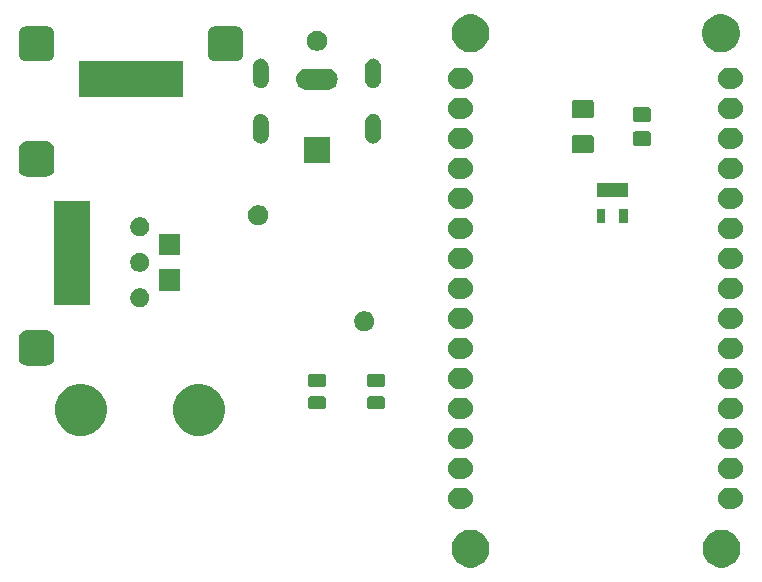
<source format=gbr>
G04 #@! TF.GenerationSoftware,KiCad,Pcbnew,5.1.6-c6e7f7d~86~ubuntu18.04.1*
G04 #@! TF.CreationDate,2020-05-28T19:09:28+01:00*
G04 #@! TF.ProjectId,polariser_drive,706f6c61-7269-4736-9572-5f6472697665,rev?*
G04 #@! TF.SameCoordinates,Original*
G04 #@! TF.FileFunction,Soldermask,Top*
G04 #@! TF.FilePolarity,Negative*
%FSLAX46Y46*%
G04 Gerber Fmt 4.6, Leading zero omitted, Abs format (unit mm)*
G04 Created by KiCad (PCBNEW 5.1.6-c6e7f7d~86~ubuntu18.04.1) date 2020-05-28 19:09:28*
%MOMM*%
%LPD*%
G01*
G04 APERTURE LIST*
%ADD10C,0.100000*%
G04 APERTURE END LIST*
D10*
G36*
X110716703Y-133211486D02*
G01*
X111007883Y-133332097D01*
X111269940Y-133507198D01*
X111492802Y-133730060D01*
X111667903Y-133992117D01*
X111788514Y-134283297D01*
X111850000Y-134592412D01*
X111850000Y-134907588D01*
X111788514Y-135216703D01*
X111667903Y-135507883D01*
X111492802Y-135769940D01*
X111269940Y-135992802D01*
X111007883Y-136167903D01*
X110716703Y-136288514D01*
X110407588Y-136350000D01*
X110092412Y-136350000D01*
X109783297Y-136288514D01*
X109492117Y-136167903D01*
X109230060Y-135992802D01*
X109007198Y-135769940D01*
X108832097Y-135507883D01*
X108711486Y-135216703D01*
X108650000Y-134907588D01*
X108650000Y-134592412D01*
X108711486Y-134283297D01*
X108832097Y-133992117D01*
X109007198Y-133730060D01*
X109230060Y-133507198D01*
X109492117Y-133332097D01*
X109783297Y-133211486D01*
X110092412Y-133150000D01*
X110407588Y-133150000D01*
X110716703Y-133211486D01*
G37*
G36*
X89466703Y-133211486D02*
G01*
X89757883Y-133332097D01*
X90019940Y-133507198D01*
X90242802Y-133730060D01*
X90417903Y-133992117D01*
X90538514Y-134283297D01*
X90600000Y-134592412D01*
X90600000Y-134907588D01*
X90538514Y-135216703D01*
X90417903Y-135507883D01*
X90242802Y-135769940D01*
X90019940Y-135992802D01*
X89757883Y-136167903D01*
X89466703Y-136288514D01*
X89157588Y-136350000D01*
X88842412Y-136350000D01*
X88533297Y-136288514D01*
X88242117Y-136167903D01*
X87980060Y-135992802D01*
X87757198Y-135769940D01*
X87582097Y-135507883D01*
X87461486Y-135216703D01*
X87400000Y-134907588D01*
X87400000Y-134592412D01*
X87461486Y-134283297D01*
X87582097Y-133992117D01*
X87757198Y-133730060D01*
X87980060Y-133507198D01*
X88242117Y-133332097D01*
X88533297Y-133211486D01*
X88842412Y-133150000D01*
X89157588Y-133150000D01*
X89466703Y-133211486D01*
G37*
G36*
X88471694Y-129598633D02*
G01*
X88644095Y-129650931D01*
X88802983Y-129735858D01*
X88942249Y-129850151D01*
X89056542Y-129989417D01*
X89141469Y-130148305D01*
X89193767Y-130320706D01*
X89211425Y-130500000D01*
X89193767Y-130679294D01*
X89141469Y-130851695D01*
X89056542Y-131010583D01*
X88942249Y-131149849D01*
X88802983Y-131264142D01*
X88644095Y-131349069D01*
X88471694Y-131401367D01*
X88337331Y-131414600D01*
X87942669Y-131414600D01*
X87808306Y-131401367D01*
X87635905Y-131349069D01*
X87477017Y-131264142D01*
X87337751Y-131149849D01*
X87223458Y-131010583D01*
X87138531Y-130851695D01*
X87086233Y-130679294D01*
X87068575Y-130500000D01*
X87086233Y-130320706D01*
X87138531Y-130148305D01*
X87223458Y-129989417D01*
X87337751Y-129850151D01*
X87477017Y-129735858D01*
X87635905Y-129650931D01*
X87808306Y-129598633D01*
X87942669Y-129585400D01*
X88337331Y-129585400D01*
X88471694Y-129598633D01*
G37*
G36*
X111331694Y-129598633D02*
G01*
X111504095Y-129650931D01*
X111662983Y-129735858D01*
X111802249Y-129850151D01*
X111916542Y-129989417D01*
X112001469Y-130148305D01*
X112053767Y-130320706D01*
X112071425Y-130500000D01*
X112053767Y-130679294D01*
X112001469Y-130851695D01*
X111916542Y-131010583D01*
X111802249Y-131149849D01*
X111662983Y-131264142D01*
X111504095Y-131349069D01*
X111331694Y-131401367D01*
X111197331Y-131414600D01*
X110802669Y-131414600D01*
X110668306Y-131401367D01*
X110495905Y-131349069D01*
X110337017Y-131264142D01*
X110197751Y-131149849D01*
X110083458Y-131010583D01*
X109998531Y-130851695D01*
X109946233Y-130679294D01*
X109928575Y-130500000D01*
X109946233Y-130320706D01*
X109998531Y-130148305D01*
X110083458Y-129989417D01*
X110197751Y-129850151D01*
X110337017Y-129735858D01*
X110495905Y-129650931D01*
X110668306Y-129598633D01*
X110802669Y-129585400D01*
X111197331Y-129585400D01*
X111331694Y-129598633D01*
G37*
G36*
X88471694Y-127058633D02*
G01*
X88644095Y-127110931D01*
X88802983Y-127195858D01*
X88942249Y-127310151D01*
X89056542Y-127449417D01*
X89141469Y-127608305D01*
X89193767Y-127780706D01*
X89211425Y-127960000D01*
X89193767Y-128139294D01*
X89141469Y-128311695D01*
X89056542Y-128470583D01*
X88942249Y-128609849D01*
X88802983Y-128724142D01*
X88644095Y-128809069D01*
X88471694Y-128861367D01*
X88337331Y-128874600D01*
X87942669Y-128874600D01*
X87808306Y-128861367D01*
X87635905Y-128809069D01*
X87477017Y-128724142D01*
X87337751Y-128609849D01*
X87223458Y-128470583D01*
X87138531Y-128311695D01*
X87086233Y-128139294D01*
X87068575Y-127960000D01*
X87086233Y-127780706D01*
X87138531Y-127608305D01*
X87223458Y-127449417D01*
X87337751Y-127310151D01*
X87477017Y-127195858D01*
X87635905Y-127110931D01*
X87808306Y-127058633D01*
X87942669Y-127045400D01*
X88337331Y-127045400D01*
X88471694Y-127058633D01*
G37*
G36*
X111331694Y-127058633D02*
G01*
X111504095Y-127110931D01*
X111662983Y-127195858D01*
X111802249Y-127310151D01*
X111916542Y-127449417D01*
X112001469Y-127608305D01*
X112053767Y-127780706D01*
X112071425Y-127960000D01*
X112053767Y-128139294D01*
X112001469Y-128311695D01*
X111916542Y-128470583D01*
X111802249Y-128609849D01*
X111662983Y-128724142D01*
X111504095Y-128809069D01*
X111331694Y-128861367D01*
X111197331Y-128874600D01*
X110802669Y-128874600D01*
X110668306Y-128861367D01*
X110495905Y-128809069D01*
X110337017Y-128724142D01*
X110197751Y-128609849D01*
X110083458Y-128470583D01*
X109998531Y-128311695D01*
X109946233Y-128139294D01*
X109928575Y-127960000D01*
X109946233Y-127780706D01*
X109998531Y-127608305D01*
X110083458Y-127449417D01*
X110197751Y-127310151D01*
X110337017Y-127195858D01*
X110495905Y-127110931D01*
X110668306Y-127058633D01*
X110802669Y-127045400D01*
X111197331Y-127045400D01*
X111331694Y-127058633D01*
G37*
G36*
X88471694Y-124518633D02*
G01*
X88644095Y-124570931D01*
X88802983Y-124655858D01*
X88942249Y-124770151D01*
X89056542Y-124909417D01*
X89141469Y-125068305D01*
X89193767Y-125240706D01*
X89211425Y-125420000D01*
X89193767Y-125599294D01*
X89141469Y-125771695D01*
X89056542Y-125930583D01*
X88942249Y-126069849D01*
X88802983Y-126184142D01*
X88644095Y-126269069D01*
X88471694Y-126321367D01*
X88337331Y-126334600D01*
X87942669Y-126334600D01*
X87808306Y-126321367D01*
X87635905Y-126269069D01*
X87477017Y-126184142D01*
X87337751Y-126069849D01*
X87223458Y-125930583D01*
X87138531Y-125771695D01*
X87086233Y-125599294D01*
X87068575Y-125420000D01*
X87086233Y-125240706D01*
X87138531Y-125068305D01*
X87223458Y-124909417D01*
X87337751Y-124770151D01*
X87477017Y-124655858D01*
X87635905Y-124570931D01*
X87808306Y-124518633D01*
X87942669Y-124505400D01*
X88337331Y-124505400D01*
X88471694Y-124518633D01*
G37*
G36*
X111331694Y-124518633D02*
G01*
X111504095Y-124570931D01*
X111662983Y-124655858D01*
X111802249Y-124770151D01*
X111916542Y-124909417D01*
X112001469Y-125068305D01*
X112053767Y-125240706D01*
X112071425Y-125420000D01*
X112053767Y-125599294D01*
X112001469Y-125771695D01*
X111916542Y-125930583D01*
X111802249Y-126069849D01*
X111662983Y-126184142D01*
X111504095Y-126269069D01*
X111331694Y-126321367D01*
X111197331Y-126334600D01*
X110802669Y-126334600D01*
X110668306Y-126321367D01*
X110495905Y-126269069D01*
X110337017Y-126184142D01*
X110197751Y-126069849D01*
X110083458Y-125930583D01*
X109998531Y-125771695D01*
X109946233Y-125599294D01*
X109928575Y-125420000D01*
X109946233Y-125240706D01*
X109998531Y-125068305D01*
X110083458Y-124909417D01*
X110197751Y-124770151D01*
X110337017Y-124655858D01*
X110495905Y-124570931D01*
X110668306Y-124518633D01*
X110802669Y-124505400D01*
X111197331Y-124505400D01*
X111331694Y-124518633D01*
G37*
G36*
X66642007Y-120883582D02*
G01*
X67042563Y-121049498D01*
X67042565Y-121049499D01*
X67403056Y-121290371D01*
X67709629Y-121596944D01*
X67910442Y-121897483D01*
X67950502Y-121957437D01*
X68116418Y-122357993D01*
X68201000Y-122783219D01*
X68201000Y-123216781D01*
X68116418Y-123642007D01*
X67950502Y-124042563D01*
X67950501Y-124042565D01*
X67709629Y-124403056D01*
X67403056Y-124709629D01*
X67042565Y-124950501D01*
X67042564Y-124950502D01*
X67042563Y-124950502D01*
X66642007Y-125116418D01*
X66216781Y-125201000D01*
X65783219Y-125201000D01*
X65357993Y-125116418D01*
X64957437Y-124950502D01*
X64957436Y-124950502D01*
X64957435Y-124950501D01*
X64596944Y-124709629D01*
X64290371Y-124403056D01*
X64049499Y-124042565D01*
X64049498Y-124042563D01*
X63883582Y-123642007D01*
X63799000Y-123216781D01*
X63799000Y-122783219D01*
X63883582Y-122357993D01*
X64049498Y-121957437D01*
X64089558Y-121897483D01*
X64290371Y-121596944D01*
X64596944Y-121290371D01*
X64957435Y-121049499D01*
X64957437Y-121049498D01*
X65357993Y-120883582D01*
X65783219Y-120799000D01*
X66216781Y-120799000D01*
X66642007Y-120883582D01*
G37*
G36*
X56642007Y-120883582D02*
G01*
X57042563Y-121049498D01*
X57042565Y-121049499D01*
X57403056Y-121290371D01*
X57709629Y-121596944D01*
X57910442Y-121897483D01*
X57950502Y-121957437D01*
X58116418Y-122357993D01*
X58201000Y-122783219D01*
X58201000Y-123216781D01*
X58116418Y-123642007D01*
X57950502Y-124042563D01*
X57950501Y-124042565D01*
X57709629Y-124403056D01*
X57403056Y-124709629D01*
X57042565Y-124950501D01*
X57042564Y-124950502D01*
X57042563Y-124950502D01*
X56642007Y-125116418D01*
X56216781Y-125201000D01*
X55783219Y-125201000D01*
X55357993Y-125116418D01*
X54957437Y-124950502D01*
X54957436Y-124950502D01*
X54957435Y-124950501D01*
X54596944Y-124709629D01*
X54290371Y-124403056D01*
X54049499Y-124042565D01*
X54049498Y-124042563D01*
X53883582Y-123642007D01*
X53799000Y-123216781D01*
X53799000Y-122783219D01*
X53883582Y-122357993D01*
X54049498Y-121957437D01*
X54089558Y-121897483D01*
X54290371Y-121596944D01*
X54596944Y-121290371D01*
X54957435Y-121049499D01*
X54957437Y-121049498D01*
X55357993Y-120883582D01*
X55783219Y-120799000D01*
X56216781Y-120799000D01*
X56642007Y-120883582D01*
G37*
G36*
X111331694Y-121978633D02*
G01*
X111504095Y-122030931D01*
X111662983Y-122115858D01*
X111802249Y-122230151D01*
X111916542Y-122369417D01*
X112001469Y-122528305D01*
X112053767Y-122700706D01*
X112071425Y-122880000D01*
X112053767Y-123059294D01*
X112001469Y-123231695D01*
X111916542Y-123390583D01*
X111802249Y-123529849D01*
X111662983Y-123644142D01*
X111504095Y-123729069D01*
X111331694Y-123781367D01*
X111197331Y-123794600D01*
X110802669Y-123794600D01*
X110668306Y-123781367D01*
X110495905Y-123729069D01*
X110337017Y-123644142D01*
X110197751Y-123529849D01*
X110083458Y-123390583D01*
X109998531Y-123231695D01*
X109946233Y-123059294D01*
X109928575Y-122880000D01*
X109946233Y-122700706D01*
X109998531Y-122528305D01*
X110083458Y-122369417D01*
X110197751Y-122230151D01*
X110337017Y-122115858D01*
X110495905Y-122030931D01*
X110668306Y-121978633D01*
X110802669Y-121965400D01*
X111197331Y-121965400D01*
X111331694Y-121978633D01*
G37*
G36*
X88471694Y-121978633D02*
G01*
X88644095Y-122030931D01*
X88802983Y-122115858D01*
X88942249Y-122230151D01*
X89056542Y-122369417D01*
X89141469Y-122528305D01*
X89193767Y-122700706D01*
X89211425Y-122880000D01*
X89193767Y-123059294D01*
X89141469Y-123231695D01*
X89056542Y-123390583D01*
X88942249Y-123529849D01*
X88802983Y-123644142D01*
X88644095Y-123729069D01*
X88471694Y-123781367D01*
X88337331Y-123794600D01*
X87942669Y-123794600D01*
X87808306Y-123781367D01*
X87635905Y-123729069D01*
X87477017Y-123644142D01*
X87337751Y-123529849D01*
X87223458Y-123390583D01*
X87138531Y-123231695D01*
X87086233Y-123059294D01*
X87068575Y-122880000D01*
X87086233Y-122700706D01*
X87138531Y-122528305D01*
X87223458Y-122369417D01*
X87337751Y-122230151D01*
X87477017Y-122115858D01*
X87635905Y-122030931D01*
X87808306Y-121978633D01*
X87942669Y-121965400D01*
X88337331Y-121965400D01*
X88471694Y-121978633D01*
G37*
G36*
X81584468Y-121841065D02*
G01*
X81623138Y-121852796D01*
X81658777Y-121871846D01*
X81690017Y-121897483D01*
X81715654Y-121928723D01*
X81734704Y-121964362D01*
X81746435Y-122003032D01*
X81751000Y-122049388D01*
X81751000Y-122700612D01*
X81746435Y-122746968D01*
X81734704Y-122785638D01*
X81715654Y-122821277D01*
X81690017Y-122852517D01*
X81658777Y-122878154D01*
X81623138Y-122897204D01*
X81584468Y-122908935D01*
X81538112Y-122913500D01*
X80461888Y-122913500D01*
X80415532Y-122908935D01*
X80376862Y-122897204D01*
X80341223Y-122878154D01*
X80309983Y-122852517D01*
X80284346Y-122821277D01*
X80265296Y-122785638D01*
X80253565Y-122746968D01*
X80249000Y-122700612D01*
X80249000Y-122049388D01*
X80253565Y-122003032D01*
X80265296Y-121964362D01*
X80284346Y-121928723D01*
X80309983Y-121897483D01*
X80341223Y-121871846D01*
X80376862Y-121852796D01*
X80415532Y-121841065D01*
X80461888Y-121836500D01*
X81538112Y-121836500D01*
X81584468Y-121841065D01*
G37*
G36*
X76584468Y-121841065D02*
G01*
X76623138Y-121852796D01*
X76658777Y-121871846D01*
X76690017Y-121897483D01*
X76715654Y-121928723D01*
X76734704Y-121964362D01*
X76746435Y-122003032D01*
X76751000Y-122049388D01*
X76751000Y-122700612D01*
X76746435Y-122746968D01*
X76734704Y-122785638D01*
X76715654Y-122821277D01*
X76690017Y-122852517D01*
X76658777Y-122878154D01*
X76623138Y-122897204D01*
X76584468Y-122908935D01*
X76538112Y-122913500D01*
X75461888Y-122913500D01*
X75415532Y-122908935D01*
X75376862Y-122897204D01*
X75341223Y-122878154D01*
X75309983Y-122852517D01*
X75284346Y-122821277D01*
X75265296Y-122785638D01*
X75253565Y-122746968D01*
X75249000Y-122700612D01*
X75249000Y-122049388D01*
X75253565Y-122003032D01*
X75265296Y-121964362D01*
X75284346Y-121928723D01*
X75309983Y-121897483D01*
X75341223Y-121871846D01*
X75376862Y-121852796D01*
X75415532Y-121841065D01*
X75461888Y-121836500D01*
X76538112Y-121836500D01*
X76584468Y-121841065D01*
G37*
G36*
X88471694Y-119438633D02*
G01*
X88644095Y-119490931D01*
X88802983Y-119575858D01*
X88942249Y-119690151D01*
X89056542Y-119829417D01*
X89141469Y-119988305D01*
X89193767Y-120160706D01*
X89211425Y-120340000D01*
X89193767Y-120519294D01*
X89141469Y-120691695D01*
X89056542Y-120850583D01*
X88942249Y-120989849D01*
X88802983Y-121104142D01*
X88644095Y-121189069D01*
X88471694Y-121241367D01*
X88337331Y-121254600D01*
X87942669Y-121254600D01*
X87808306Y-121241367D01*
X87635905Y-121189069D01*
X87477017Y-121104142D01*
X87337751Y-120989849D01*
X87223458Y-120850583D01*
X87138531Y-120691695D01*
X87086233Y-120519294D01*
X87068575Y-120340000D01*
X87086233Y-120160706D01*
X87138531Y-119988305D01*
X87223458Y-119829417D01*
X87337751Y-119690151D01*
X87477017Y-119575858D01*
X87635905Y-119490931D01*
X87808306Y-119438633D01*
X87942669Y-119425400D01*
X88337331Y-119425400D01*
X88471694Y-119438633D01*
G37*
G36*
X111331694Y-119438633D02*
G01*
X111504095Y-119490931D01*
X111662983Y-119575858D01*
X111802249Y-119690151D01*
X111916542Y-119829417D01*
X112001469Y-119988305D01*
X112053767Y-120160706D01*
X112071425Y-120340000D01*
X112053767Y-120519294D01*
X112001469Y-120691695D01*
X111916542Y-120850583D01*
X111802249Y-120989849D01*
X111662983Y-121104142D01*
X111504095Y-121189069D01*
X111331694Y-121241367D01*
X111197331Y-121254600D01*
X110802669Y-121254600D01*
X110668306Y-121241367D01*
X110495905Y-121189069D01*
X110337017Y-121104142D01*
X110197751Y-120989849D01*
X110083458Y-120850583D01*
X109998531Y-120691695D01*
X109946233Y-120519294D01*
X109928575Y-120340000D01*
X109946233Y-120160706D01*
X109998531Y-119988305D01*
X110083458Y-119829417D01*
X110197751Y-119690151D01*
X110337017Y-119575858D01*
X110495905Y-119490931D01*
X110668306Y-119438633D01*
X110802669Y-119425400D01*
X111197331Y-119425400D01*
X111331694Y-119438633D01*
G37*
G36*
X81584468Y-119966065D02*
G01*
X81623138Y-119977796D01*
X81658777Y-119996846D01*
X81690017Y-120022483D01*
X81715654Y-120053723D01*
X81734704Y-120089362D01*
X81746435Y-120128032D01*
X81751000Y-120174388D01*
X81751000Y-120825612D01*
X81746435Y-120871968D01*
X81734704Y-120910638D01*
X81715654Y-120946277D01*
X81690017Y-120977517D01*
X81658777Y-121003154D01*
X81623138Y-121022204D01*
X81584468Y-121033935D01*
X81538112Y-121038500D01*
X80461888Y-121038500D01*
X80415532Y-121033935D01*
X80376862Y-121022204D01*
X80341223Y-121003154D01*
X80309983Y-120977517D01*
X80284346Y-120946277D01*
X80265296Y-120910638D01*
X80253565Y-120871968D01*
X80249000Y-120825612D01*
X80249000Y-120174388D01*
X80253565Y-120128032D01*
X80265296Y-120089362D01*
X80284346Y-120053723D01*
X80309983Y-120022483D01*
X80341223Y-119996846D01*
X80376862Y-119977796D01*
X80415532Y-119966065D01*
X80461888Y-119961500D01*
X81538112Y-119961500D01*
X81584468Y-119966065D01*
G37*
G36*
X76584468Y-119966065D02*
G01*
X76623138Y-119977796D01*
X76658777Y-119996846D01*
X76690017Y-120022483D01*
X76715654Y-120053723D01*
X76734704Y-120089362D01*
X76746435Y-120128032D01*
X76751000Y-120174388D01*
X76751000Y-120825612D01*
X76746435Y-120871968D01*
X76734704Y-120910638D01*
X76715654Y-120946277D01*
X76690017Y-120977517D01*
X76658777Y-121003154D01*
X76623138Y-121022204D01*
X76584468Y-121033935D01*
X76538112Y-121038500D01*
X75461888Y-121038500D01*
X75415532Y-121033935D01*
X75376862Y-121022204D01*
X75341223Y-121003154D01*
X75309983Y-120977517D01*
X75284346Y-120946277D01*
X75265296Y-120910638D01*
X75253565Y-120871968D01*
X75249000Y-120825612D01*
X75249000Y-120174388D01*
X75253565Y-120128032D01*
X75265296Y-120089362D01*
X75284346Y-120053723D01*
X75309983Y-120022483D01*
X75341223Y-119996846D01*
X75376862Y-119977796D01*
X75415532Y-119966065D01*
X75461888Y-119961500D01*
X76538112Y-119961500D01*
X76584468Y-119966065D01*
G37*
G36*
X53196505Y-116263803D02*
G01*
X53325366Y-116302893D01*
X53444117Y-116366367D01*
X53548209Y-116451791D01*
X53633633Y-116555883D01*
X53697107Y-116674634D01*
X53736197Y-116803495D01*
X53750000Y-116943640D01*
X53750000Y-118556360D01*
X53736197Y-118696505D01*
X53697107Y-118825366D01*
X53633633Y-118944117D01*
X53548209Y-119048209D01*
X53444117Y-119133633D01*
X53325366Y-119197107D01*
X53196505Y-119236197D01*
X53056360Y-119250000D01*
X51443640Y-119250000D01*
X51303495Y-119236197D01*
X51174634Y-119197107D01*
X51055883Y-119133633D01*
X50951791Y-119048209D01*
X50866367Y-118944117D01*
X50802893Y-118825366D01*
X50763803Y-118696505D01*
X50750000Y-118556360D01*
X50750000Y-116943640D01*
X50763803Y-116803495D01*
X50802893Y-116674634D01*
X50866367Y-116555883D01*
X50951791Y-116451791D01*
X51055883Y-116366367D01*
X51174634Y-116302893D01*
X51303495Y-116263803D01*
X51443640Y-116250000D01*
X53056360Y-116250000D01*
X53196505Y-116263803D01*
G37*
G36*
X111331694Y-116898633D02*
G01*
X111504095Y-116950931D01*
X111662983Y-117035858D01*
X111802249Y-117150151D01*
X111916542Y-117289417D01*
X112001469Y-117448305D01*
X112053767Y-117620706D01*
X112071425Y-117800000D01*
X112053767Y-117979294D01*
X112001469Y-118151695D01*
X111916542Y-118310583D01*
X111802249Y-118449849D01*
X111662983Y-118564142D01*
X111504095Y-118649069D01*
X111331694Y-118701367D01*
X111197331Y-118714600D01*
X110802669Y-118714600D01*
X110668306Y-118701367D01*
X110495905Y-118649069D01*
X110337017Y-118564142D01*
X110197751Y-118449849D01*
X110083458Y-118310583D01*
X109998531Y-118151695D01*
X109946233Y-117979294D01*
X109928575Y-117800000D01*
X109946233Y-117620706D01*
X109998531Y-117448305D01*
X110083458Y-117289417D01*
X110197751Y-117150151D01*
X110337017Y-117035858D01*
X110495905Y-116950931D01*
X110668306Y-116898633D01*
X110802669Y-116885400D01*
X111197331Y-116885400D01*
X111331694Y-116898633D01*
G37*
G36*
X88471694Y-116898633D02*
G01*
X88644095Y-116950931D01*
X88802983Y-117035858D01*
X88942249Y-117150151D01*
X89056542Y-117289417D01*
X89141469Y-117448305D01*
X89193767Y-117620706D01*
X89211425Y-117800000D01*
X89193767Y-117979294D01*
X89141469Y-118151695D01*
X89056542Y-118310583D01*
X88942249Y-118449849D01*
X88802983Y-118564142D01*
X88644095Y-118649069D01*
X88471694Y-118701367D01*
X88337331Y-118714600D01*
X87942669Y-118714600D01*
X87808306Y-118701367D01*
X87635905Y-118649069D01*
X87477017Y-118564142D01*
X87337751Y-118449849D01*
X87223458Y-118310583D01*
X87138531Y-118151695D01*
X87086233Y-117979294D01*
X87068575Y-117800000D01*
X87086233Y-117620706D01*
X87138531Y-117448305D01*
X87223458Y-117289417D01*
X87337751Y-117150151D01*
X87477017Y-117035858D01*
X87635905Y-116950931D01*
X87808306Y-116898633D01*
X87942669Y-116885400D01*
X88337331Y-116885400D01*
X88471694Y-116898633D01*
G37*
G36*
X80248228Y-114681703D02*
G01*
X80403100Y-114745853D01*
X80542481Y-114838985D01*
X80661015Y-114957519D01*
X80754147Y-115096900D01*
X80818297Y-115251772D01*
X80851000Y-115416184D01*
X80851000Y-115583816D01*
X80818297Y-115748228D01*
X80754147Y-115903100D01*
X80661015Y-116042481D01*
X80542481Y-116161015D01*
X80403100Y-116254147D01*
X80248228Y-116318297D01*
X80083816Y-116351000D01*
X79916184Y-116351000D01*
X79751772Y-116318297D01*
X79596900Y-116254147D01*
X79457519Y-116161015D01*
X79338985Y-116042481D01*
X79245853Y-115903100D01*
X79181703Y-115748228D01*
X79149000Y-115583816D01*
X79149000Y-115416184D01*
X79181703Y-115251772D01*
X79245853Y-115096900D01*
X79338985Y-114957519D01*
X79457519Y-114838985D01*
X79596900Y-114745853D01*
X79751772Y-114681703D01*
X79916184Y-114649000D01*
X80083816Y-114649000D01*
X80248228Y-114681703D01*
G37*
G36*
X88471694Y-114358633D02*
G01*
X88644095Y-114410931D01*
X88802983Y-114495858D01*
X88942249Y-114610151D01*
X89056542Y-114749417D01*
X89141469Y-114908305D01*
X89193767Y-115080706D01*
X89211425Y-115260000D01*
X89193767Y-115439294D01*
X89141469Y-115611695D01*
X89056542Y-115770583D01*
X88942249Y-115909849D01*
X88802983Y-116024142D01*
X88644095Y-116109069D01*
X88471694Y-116161367D01*
X88337331Y-116174600D01*
X87942669Y-116174600D01*
X87808306Y-116161367D01*
X87635905Y-116109069D01*
X87477017Y-116024142D01*
X87337751Y-115909849D01*
X87223458Y-115770583D01*
X87138531Y-115611695D01*
X87086233Y-115439294D01*
X87068575Y-115260000D01*
X87086233Y-115080706D01*
X87138531Y-114908305D01*
X87223458Y-114749417D01*
X87337751Y-114610151D01*
X87477017Y-114495858D01*
X87635905Y-114410931D01*
X87808306Y-114358633D01*
X87942669Y-114345400D01*
X88337331Y-114345400D01*
X88471694Y-114358633D01*
G37*
G36*
X111331694Y-114358633D02*
G01*
X111504095Y-114410931D01*
X111662983Y-114495858D01*
X111802249Y-114610151D01*
X111916542Y-114749417D01*
X112001469Y-114908305D01*
X112053767Y-115080706D01*
X112071425Y-115260000D01*
X112053767Y-115439294D01*
X112001469Y-115611695D01*
X111916542Y-115770583D01*
X111802249Y-115909849D01*
X111662983Y-116024142D01*
X111504095Y-116109069D01*
X111331694Y-116161367D01*
X111197331Y-116174600D01*
X110802669Y-116174600D01*
X110668306Y-116161367D01*
X110495905Y-116109069D01*
X110337017Y-116024142D01*
X110197751Y-115909849D01*
X110083458Y-115770583D01*
X109998531Y-115611695D01*
X109946233Y-115439294D01*
X109928575Y-115260000D01*
X109946233Y-115080706D01*
X109998531Y-114908305D01*
X110083458Y-114749417D01*
X110197751Y-114610151D01*
X110337017Y-114495858D01*
X110495905Y-114410931D01*
X110668306Y-114358633D01*
X110802669Y-114345400D01*
X111197331Y-114345400D01*
X111331694Y-114358633D01*
G37*
G36*
X61233642Y-112729781D02*
G01*
X61379414Y-112790162D01*
X61379416Y-112790163D01*
X61510608Y-112877822D01*
X61622178Y-112989392D01*
X61677171Y-113071696D01*
X61709838Y-113120586D01*
X61770219Y-113266358D01*
X61801000Y-113421107D01*
X61801000Y-113578893D01*
X61770219Y-113733642D01*
X61709838Y-113879414D01*
X61709837Y-113879416D01*
X61622178Y-114010608D01*
X61510608Y-114122178D01*
X61379416Y-114209837D01*
X61379415Y-114209838D01*
X61379414Y-114209838D01*
X61233642Y-114270219D01*
X61078893Y-114301000D01*
X60921107Y-114301000D01*
X60766358Y-114270219D01*
X60620586Y-114209838D01*
X60620585Y-114209838D01*
X60620584Y-114209837D01*
X60489392Y-114122178D01*
X60377822Y-114010608D01*
X60290163Y-113879416D01*
X60290162Y-113879414D01*
X60229781Y-113733642D01*
X60199000Y-113578893D01*
X60199000Y-113421107D01*
X60229781Y-113266358D01*
X60290162Y-113120586D01*
X60322829Y-113071696D01*
X60377822Y-112989392D01*
X60489392Y-112877822D01*
X60620584Y-112790163D01*
X60620586Y-112790162D01*
X60766358Y-112729781D01*
X60921107Y-112699000D01*
X61078893Y-112699000D01*
X61233642Y-112729781D01*
G37*
G36*
X56801000Y-114151000D02*
G01*
X53699000Y-114151000D01*
X53699000Y-105349000D01*
X56801000Y-105349000D01*
X56801000Y-114151000D01*
G37*
G36*
X88471694Y-111818633D02*
G01*
X88644095Y-111870931D01*
X88802983Y-111955858D01*
X88942249Y-112070151D01*
X89056542Y-112209417D01*
X89141469Y-112368305D01*
X89193767Y-112540706D01*
X89211425Y-112720000D01*
X89193767Y-112899294D01*
X89141469Y-113071695D01*
X89056542Y-113230583D01*
X88942249Y-113369849D01*
X88802983Y-113484142D01*
X88644095Y-113569069D01*
X88471694Y-113621367D01*
X88337331Y-113634600D01*
X87942669Y-113634600D01*
X87808306Y-113621367D01*
X87635905Y-113569069D01*
X87477017Y-113484142D01*
X87337751Y-113369849D01*
X87223458Y-113230583D01*
X87138531Y-113071695D01*
X87086233Y-112899294D01*
X87068575Y-112720000D01*
X87086233Y-112540706D01*
X87138531Y-112368305D01*
X87223458Y-112209417D01*
X87337751Y-112070151D01*
X87477017Y-111955858D01*
X87635905Y-111870931D01*
X87808306Y-111818633D01*
X87942669Y-111805400D01*
X88337331Y-111805400D01*
X88471694Y-111818633D01*
G37*
G36*
X111331694Y-111818633D02*
G01*
X111504095Y-111870931D01*
X111662983Y-111955858D01*
X111802249Y-112070151D01*
X111916542Y-112209417D01*
X112001469Y-112368305D01*
X112053767Y-112540706D01*
X112071425Y-112720000D01*
X112053767Y-112899294D01*
X112001469Y-113071695D01*
X111916542Y-113230583D01*
X111802249Y-113369849D01*
X111662983Y-113484142D01*
X111504095Y-113569069D01*
X111331694Y-113621367D01*
X111197331Y-113634600D01*
X110802669Y-113634600D01*
X110668306Y-113621367D01*
X110495905Y-113569069D01*
X110337017Y-113484142D01*
X110197751Y-113369849D01*
X110083458Y-113230583D01*
X109998531Y-113071695D01*
X109946233Y-112899294D01*
X109928575Y-112720000D01*
X109946233Y-112540706D01*
X109998531Y-112368305D01*
X110083458Y-112209417D01*
X110197751Y-112070151D01*
X110337017Y-111955858D01*
X110495905Y-111870931D01*
X110668306Y-111818633D01*
X110802669Y-111805400D01*
X111197331Y-111805400D01*
X111331694Y-111818633D01*
G37*
G36*
X64401000Y-112901000D02*
G01*
X62599000Y-112901000D01*
X62599000Y-111099000D01*
X64401000Y-111099000D01*
X64401000Y-112901000D01*
G37*
G36*
X61233642Y-109729781D02*
G01*
X61379414Y-109790162D01*
X61379416Y-109790163D01*
X61510608Y-109877822D01*
X61622178Y-109989392D01*
X61629738Y-110000707D01*
X61709838Y-110120586D01*
X61770219Y-110266358D01*
X61801000Y-110421107D01*
X61801000Y-110578893D01*
X61770219Y-110733642D01*
X61709838Y-110879414D01*
X61709837Y-110879416D01*
X61622178Y-111010608D01*
X61510608Y-111122178D01*
X61379416Y-111209837D01*
X61379415Y-111209838D01*
X61379414Y-111209838D01*
X61233642Y-111270219D01*
X61078893Y-111301000D01*
X60921107Y-111301000D01*
X60766358Y-111270219D01*
X60620586Y-111209838D01*
X60620585Y-111209838D01*
X60620584Y-111209837D01*
X60489392Y-111122178D01*
X60377822Y-111010608D01*
X60290163Y-110879416D01*
X60290162Y-110879414D01*
X60229781Y-110733642D01*
X60199000Y-110578893D01*
X60199000Y-110421107D01*
X60229781Y-110266358D01*
X60290162Y-110120586D01*
X60370262Y-110000707D01*
X60377822Y-109989392D01*
X60489392Y-109877822D01*
X60620584Y-109790163D01*
X60620586Y-109790162D01*
X60766358Y-109729781D01*
X60921107Y-109699000D01*
X61078893Y-109699000D01*
X61233642Y-109729781D01*
G37*
G36*
X111331694Y-109278633D02*
G01*
X111504095Y-109330931D01*
X111662983Y-109415858D01*
X111802249Y-109530151D01*
X111916542Y-109669417D01*
X112001469Y-109828305D01*
X112053767Y-110000706D01*
X112071425Y-110180000D01*
X112053767Y-110359294D01*
X112001469Y-110531695D01*
X111916542Y-110690583D01*
X111802249Y-110829849D01*
X111662983Y-110944142D01*
X111504095Y-111029069D01*
X111331694Y-111081367D01*
X111197331Y-111094600D01*
X110802669Y-111094600D01*
X110668306Y-111081367D01*
X110495905Y-111029069D01*
X110337017Y-110944142D01*
X110197751Y-110829849D01*
X110083458Y-110690583D01*
X109998531Y-110531695D01*
X109946233Y-110359294D01*
X109928575Y-110180000D01*
X109946233Y-110000706D01*
X109998531Y-109828305D01*
X110083458Y-109669417D01*
X110197751Y-109530151D01*
X110337017Y-109415858D01*
X110495905Y-109330931D01*
X110668306Y-109278633D01*
X110802669Y-109265400D01*
X111197331Y-109265400D01*
X111331694Y-109278633D01*
G37*
G36*
X88471694Y-109278633D02*
G01*
X88644095Y-109330931D01*
X88802983Y-109415858D01*
X88942249Y-109530151D01*
X89056542Y-109669417D01*
X89141469Y-109828305D01*
X89193767Y-110000706D01*
X89211425Y-110180000D01*
X89193767Y-110359294D01*
X89141469Y-110531695D01*
X89056542Y-110690583D01*
X88942249Y-110829849D01*
X88802983Y-110944142D01*
X88644095Y-111029069D01*
X88471694Y-111081367D01*
X88337331Y-111094600D01*
X87942669Y-111094600D01*
X87808306Y-111081367D01*
X87635905Y-111029069D01*
X87477017Y-110944142D01*
X87337751Y-110829849D01*
X87223458Y-110690583D01*
X87138531Y-110531695D01*
X87086233Y-110359294D01*
X87068575Y-110180000D01*
X87086233Y-110000706D01*
X87138531Y-109828305D01*
X87223458Y-109669417D01*
X87337751Y-109530151D01*
X87477017Y-109415858D01*
X87635905Y-109330931D01*
X87808306Y-109278633D01*
X87942669Y-109265400D01*
X88337331Y-109265400D01*
X88471694Y-109278633D01*
G37*
G36*
X64401000Y-109901000D02*
G01*
X62599000Y-109901000D01*
X62599000Y-108099000D01*
X64401000Y-108099000D01*
X64401000Y-109901000D01*
G37*
G36*
X88471694Y-106738633D02*
G01*
X88644095Y-106790931D01*
X88802983Y-106875858D01*
X88942249Y-106990151D01*
X89056542Y-107129417D01*
X89141469Y-107288305D01*
X89193767Y-107460706D01*
X89211425Y-107640000D01*
X89193767Y-107819294D01*
X89141469Y-107991695D01*
X89056542Y-108150583D01*
X88942249Y-108289849D01*
X88802983Y-108404142D01*
X88644095Y-108489069D01*
X88471694Y-108541367D01*
X88337331Y-108554600D01*
X87942669Y-108554600D01*
X87808306Y-108541367D01*
X87635905Y-108489069D01*
X87477017Y-108404142D01*
X87337751Y-108289849D01*
X87223458Y-108150583D01*
X87138531Y-107991695D01*
X87086233Y-107819294D01*
X87068575Y-107640000D01*
X87086233Y-107460706D01*
X87138531Y-107288305D01*
X87223458Y-107129417D01*
X87337751Y-106990151D01*
X87477017Y-106875858D01*
X87635905Y-106790931D01*
X87808306Y-106738633D01*
X87942669Y-106725400D01*
X88337331Y-106725400D01*
X88471694Y-106738633D01*
G37*
G36*
X111331694Y-106738633D02*
G01*
X111504095Y-106790931D01*
X111662983Y-106875858D01*
X111802249Y-106990151D01*
X111916542Y-107129417D01*
X112001469Y-107288305D01*
X112053767Y-107460706D01*
X112071425Y-107640000D01*
X112053767Y-107819294D01*
X112001469Y-107991695D01*
X111916542Y-108150583D01*
X111802249Y-108289849D01*
X111662983Y-108404142D01*
X111504095Y-108489069D01*
X111331694Y-108541367D01*
X111197331Y-108554600D01*
X110802669Y-108554600D01*
X110668306Y-108541367D01*
X110495905Y-108489069D01*
X110337017Y-108404142D01*
X110197751Y-108289849D01*
X110083458Y-108150583D01*
X109998531Y-107991695D01*
X109946233Y-107819294D01*
X109928575Y-107640000D01*
X109946233Y-107460706D01*
X109998531Y-107288305D01*
X110083458Y-107129417D01*
X110197751Y-106990151D01*
X110337017Y-106875858D01*
X110495905Y-106790931D01*
X110668306Y-106738633D01*
X110802669Y-106725400D01*
X111197331Y-106725400D01*
X111331694Y-106738633D01*
G37*
G36*
X61233642Y-106729781D02*
G01*
X61379414Y-106790162D01*
X61379416Y-106790163D01*
X61510608Y-106877822D01*
X61622178Y-106989392D01*
X61670842Y-107062224D01*
X61709838Y-107120586D01*
X61770219Y-107266358D01*
X61801000Y-107421107D01*
X61801000Y-107578893D01*
X61770219Y-107733642D01*
X61709838Y-107879414D01*
X61709837Y-107879416D01*
X61622178Y-108010608D01*
X61510608Y-108122178D01*
X61379416Y-108209837D01*
X61379415Y-108209838D01*
X61379414Y-108209838D01*
X61233642Y-108270219D01*
X61078893Y-108301000D01*
X60921107Y-108301000D01*
X60766358Y-108270219D01*
X60620586Y-108209838D01*
X60620585Y-108209838D01*
X60620584Y-108209837D01*
X60489392Y-108122178D01*
X60377822Y-108010608D01*
X60290163Y-107879416D01*
X60290162Y-107879414D01*
X60229781Y-107733642D01*
X60199000Y-107578893D01*
X60199000Y-107421107D01*
X60229781Y-107266358D01*
X60290162Y-107120586D01*
X60329158Y-107062224D01*
X60377822Y-106989392D01*
X60489392Y-106877822D01*
X60620584Y-106790163D01*
X60620586Y-106790162D01*
X60766358Y-106729781D01*
X60921107Y-106699000D01*
X61078893Y-106699000D01*
X61233642Y-106729781D01*
G37*
G36*
X71267972Y-105701447D02*
G01*
X71422844Y-105765597D01*
X71562225Y-105858729D01*
X71680759Y-105977263D01*
X71773891Y-106116644D01*
X71838041Y-106271516D01*
X71870744Y-106435928D01*
X71870744Y-106603560D01*
X71838041Y-106767972D01*
X71773891Y-106922844D01*
X71680759Y-107062225D01*
X71562225Y-107180759D01*
X71422844Y-107273891D01*
X71267972Y-107338041D01*
X71103560Y-107370744D01*
X70935928Y-107370744D01*
X70771516Y-107338041D01*
X70616644Y-107273891D01*
X70477263Y-107180759D01*
X70358729Y-107062225D01*
X70265597Y-106922844D01*
X70201447Y-106767972D01*
X70168744Y-106603560D01*
X70168744Y-106435928D01*
X70201447Y-106271516D01*
X70265597Y-106116644D01*
X70358729Y-105977263D01*
X70477263Y-105858729D01*
X70616644Y-105765597D01*
X70771516Y-105701447D01*
X70935928Y-105668744D01*
X71103560Y-105668744D01*
X71267972Y-105701447D01*
G37*
G36*
X100426000Y-107181000D02*
G01*
X99674000Y-107181000D01*
X99674000Y-106019000D01*
X100426000Y-106019000D01*
X100426000Y-107181000D01*
G37*
G36*
X102326000Y-107181000D02*
G01*
X101574000Y-107181000D01*
X101574000Y-106019000D01*
X102326000Y-106019000D01*
X102326000Y-107181000D01*
G37*
G36*
X111331694Y-104198633D02*
G01*
X111504095Y-104250931D01*
X111662983Y-104335858D01*
X111802249Y-104450151D01*
X111916542Y-104589417D01*
X112001469Y-104748305D01*
X112053767Y-104920706D01*
X112071425Y-105100000D01*
X112053767Y-105279294D01*
X112001469Y-105451695D01*
X111916542Y-105610583D01*
X111802249Y-105749849D01*
X111662983Y-105864142D01*
X111504095Y-105949069D01*
X111331694Y-106001367D01*
X111197331Y-106014600D01*
X110802669Y-106014600D01*
X110668306Y-106001367D01*
X110495905Y-105949069D01*
X110337017Y-105864142D01*
X110197751Y-105749849D01*
X110083458Y-105610583D01*
X109998531Y-105451695D01*
X109946233Y-105279294D01*
X109928575Y-105100000D01*
X109946233Y-104920706D01*
X109998531Y-104748305D01*
X110083458Y-104589417D01*
X110197751Y-104450151D01*
X110337017Y-104335858D01*
X110495905Y-104250931D01*
X110668306Y-104198633D01*
X110802669Y-104185400D01*
X111197331Y-104185400D01*
X111331694Y-104198633D01*
G37*
G36*
X88471694Y-104198633D02*
G01*
X88644095Y-104250931D01*
X88802983Y-104335858D01*
X88942249Y-104450151D01*
X89056542Y-104589417D01*
X89141469Y-104748305D01*
X89193767Y-104920706D01*
X89211425Y-105100000D01*
X89193767Y-105279294D01*
X89141469Y-105451695D01*
X89056542Y-105610583D01*
X88942249Y-105749849D01*
X88802983Y-105864142D01*
X88644095Y-105949069D01*
X88471694Y-106001367D01*
X88337331Y-106014600D01*
X87942669Y-106014600D01*
X87808306Y-106001367D01*
X87635905Y-105949069D01*
X87477017Y-105864142D01*
X87337751Y-105749849D01*
X87223458Y-105610583D01*
X87138531Y-105451695D01*
X87086233Y-105279294D01*
X87068575Y-105100000D01*
X87086233Y-104920706D01*
X87138531Y-104748305D01*
X87223458Y-104589417D01*
X87337751Y-104450151D01*
X87477017Y-104335858D01*
X87635905Y-104250931D01*
X87808306Y-104198633D01*
X87942669Y-104185400D01*
X88337331Y-104185400D01*
X88471694Y-104198633D01*
G37*
G36*
X102326000Y-104981000D02*
G01*
X99674000Y-104981000D01*
X99674000Y-103819000D01*
X102326000Y-103819000D01*
X102326000Y-104981000D01*
G37*
G36*
X88471694Y-101658633D02*
G01*
X88644095Y-101710931D01*
X88802983Y-101795858D01*
X88942249Y-101910151D01*
X89056542Y-102049417D01*
X89141469Y-102208305D01*
X89193767Y-102380706D01*
X89211425Y-102560000D01*
X89193767Y-102739294D01*
X89141469Y-102911695D01*
X89056542Y-103070583D01*
X88942249Y-103209849D01*
X88802983Y-103324142D01*
X88644095Y-103409069D01*
X88471694Y-103461367D01*
X88337331Y-103474600D01*
X87942669Y-103474600D01*
X87808306Y-103461367D01*
X87635905Y-103409069D01*
X87477017Y-103324142D01*
X87337751Y-103209849D01*
X87223458Y-103070583D01*
X87138531Y-102911695D01*
X87086233Y-102739294D01*
X87068575Y-102560000D01*
X87086233Y-102380706D01*
X87138531Y-102208305D01*
X87223458Y-102049417D01*
X87337751Y-101910151D01*
X87477017Y-101795858D01*
X87635905Y-101710931D01*
X87808306Y-101658633D01*
X87942669Y-101645400D01*
X88337331Y-101645400D01*
X88471694Y-101658633D01*
G37*
G36*
X111331694Y-101658633D02*
G01*
X111504095Y-101710931D01*
X111662983Y-101795858D01*
X111802249Y-101910151D01*
X111916542Y-102049417D01*
X112001469Y-102208305D01*
X112053767Y-102380706D01*
X112071425Y-102560000D01*
X112053767Y-102739294D01*
X112001469Y-102911695D01*
X111916542Y-103070583D01*
X111802249Y-103209849D01*
X111662983Y-103324142D01*
X111504095Y-103409069D01*
X111331694Y-103461367D01*
X111197331Y-103474600D01*
X110802669Y-103474600D01*
X110668306Y-103461367D01*
X110495905Y-103409069D01*
X110337017Y-103324142D01*
X110197751Y-103209849D01*
X110083458Y-103070583D01*
X109998531Y-102911695D01*
X109946233Y-102739294D01*
X109928575Y-102560000D01*
X109946233Y-102380706D01*
X109998531Y-102208305D01*
X110083458Y-102049417D01*
X110197751Y-101910151D01*
X110337017Y-101795858D01*
X110495905Y-101710931D01*
X110668306Y-101658633D01*
X110802669Y-101645400D01*
X111197331Y-101645400D01*
X111331694Y-101658633D01*
G37*
G36*
X53196505Y-100263803D02*
G01*
X53325366Y-100302893D01*
X53444117Y-100366367D01*
X53548209Y-100451791D01*
X53633633Y-100555883D01*
X53697107Y-100674634D01*
X53736197Y-100803495D01*
X53750000Y-100943640D01*
X53750000Y-102556360D01*
X53736197Y-102696505D01*
X53697107Y-102825366D01*
X53633633Y-102944117D01*
X53548209Y-103048209D01*
X53444117Y-103133633D01*
X53325366Y-103197107D01*
X53196505Y-103236197D01*
X53056360Y-103250000D01*
X51443640Y-103250000D01*
X51303495Y-103236197D01*
X51174634Y-103197107D01*
X51055883Y-103133633D01*
X50951791Y-103048209D01*
X50866367Y-102944117D01*
X50802893Y-102825366D01*
X50763803Y-102696505D01*
X50750000Y-102556360D01*
X50750000Y-100943640D01*
X50763803Y-100803495D01*
X50802893Y-100674634D01*
X50866367Y-100555883D01*
X50951791Y-100451791D01*
X51055883Y-100366367D01*
X51174634Y-100302893D01*
X51303495Y-100263803D01*
X51443640Y-100250000D01*
X53056360Y-100250000D01*
X53196505Y-100263803D01*
G37*
G36*
X77101000Y-102101000D02*
G01*
X74899000Y-102101000D01*
X74899000Y-99899000D01*
X77101000Y-99899000D01*
X77101000Y-102101000D01*
G37*
G36*
X99275562Y-99753181D02*
G01*
X99310481Y-99763774D01*
X99342663Y-99780976D01*
X99370873Y-99804127D01*
X99394024Y-99832337D01*
X99411226Y-99864519D01*
X99421819Y-99899438D01*
X99426000Y-99941895D01*
X99426000Y-101083105D01*
X99421819Y-101125562D01*
X99411226Y-101160481D01*
X99394024Y-101192663D01*
X99370873Y-101220873D01*
X99342663Y-101244024D01*
X99310481Y-101261226D01*
X99275562Y-101271819D01*
X99233105Y-101276000D01*
X97766895Y-101276000D01*
X97724438Y-101271819D01*
X97689519Y-101261226D01*
X97657337Y-101244024D01*
X97629127Y-101220873D01*
X97605976Y-101192663D01*
X97588774Y-101160481D01*
X97578181Y-101125562D01*
X97574000Y-101083105D01*
X97574000Y-99941895D01*
X97578181Y-99899438D01*
X97588774Y-99864519D01*
X97605976Y-99832337D01*
X97629127Y-99804127D01*
X97657337Y-99780976D01*
X97689519Y-99763774D01*
X97724438Y-99753181D01*
X97766895Y-99749000D01*
X99233105Y-99749000D01*
X99275562Y-99753181D01*
G37*
G36*
X111331694Y-99118633D02*
G01*
X111504095Y-99170931D01*
X111662983Y-99255858D01*
X111802249Y-99370151D01*
X111916542Y-99509417D01*
X112001469Y-99668305D01*
X112053767Y-99840706D01*
X112071425Y-100020000D01*
X112053767Y-100199294D01*
X112001469Y-100371695D01*
X111916542Y-100530583D01*
X111802249Y-100669849D01*
X111662983Y-100784142D01*
X111504095Y-100869069D01*
X111331694Y-100921367D01*
X111197331Y-100934600D01*
X110802669Y-100934600D01*
X110668306Y-100921367D01*
X110495905Y-100869069D01*
X110337017Y-100784142D01*
X110197751Y-100669849D01*
X110083458Y-100530583D01*
X109998531Y-100371695D01*
X109946233Y-100199294D01*
X109928575Y-100020000D01*
X109946233Y-99840706D01*
X109998531Y-99668305D01*
X110083458Y-99509417D01*
X110197751Y-99370151D01*
X110337017Y-99255858D01*
X110495905Y-99170931D01*
X110668306Y-99118633D01*
X110802669Y-99105400D01*
X111197331Y-99105400D01*
X111331694Y-99118633D01*
G37*
G36*
X88471694Y-99118633D02*
G01*
X88644095Y-99170931D01*
X88802983Y-99255858D01*
X88942249Y-99370151D01*
X89056542Y-99509417D01*
X89141469Y-99668305D01*
X89193767Y-99840706D01*
X89211425Y-100020000D01*
X89193767Y-100199294D01*
X89141469Y-100371695D01*
X89056542Y-100530583D01*
X88942249Y-100669849D01*
X88802983Y-100784142D01*
X88644095Y-100869069D01*
X88471694Y-100921367D01*
X88337331Y-100934600D01*
X87942669Y-100934600D01*
X87808306Y-100921367D01*
X87635905Y-100869069D01*
X87477017Y-100784142D01*
X87337751Y-100669849D01*
X87223458Y-100530583D01*
X87138531Y-100371695D01*
X87086233Y-100199294D01*
X87068575Y-100020000D01*
X87086233Y-99840706D01*
X87138531Y-99668305D01*
X87223458Y-99509417D01*
X87337751Y-99370151D01*
X87477017Y-99255858D01*
X87635905Y-99170931D01*
X87808306Y-99118633D01*
X87942669Y-99105400D01*
X88337331Y-99105400D01*
X88471694Y-99118633D01*
G37*
G36*
X104088674Y-99428465D02*
G01*
X104126367Y-99439899D01*
X104161103Y-99458466D01*
X104191548Y-99483452D01*
X104216534Y-99513897D01*
X104235101Y-99548633D01*
X104246535Y-99586326D01*
X104251000Y-99631661D01*
X104251000Y-100468339D01*
X104246535Y-100513674D01*
X104235101Y-100551367D01*
X104216534Y-100586103D01*
X104191548Y-100616548D01*
X104161103Y-100641534D01*
X104126367Y-100660101D01*
X104088674Y-100671535D01*
X104043339Y-100676000D01*
X102956661Y-100676000D01*
X102911326Y-100671535D01*
X102873633Y-100660101D01*
X102838897Y-100641534D01*
X102808452Y-100616548D01*
X102783466Y-100586103D01*
X102764899Y-100551367D01*
X102753465Y-100513674D01*
X102749000Y-100468339D01*
X102749000Y-99631661D01*
X102753465Y-99586326D01*
X102764899Y-99548633D01*
X102783466Y-99513897D01*
X102808452Y-99483452D01*
X102838897Y-99458466D01*
X102873633Y-99439899D01*
X102911326Y-99428465D01*
X102956661Y-99424000D01*
X104043339Y-99424000D01*
X104088674Y-99428465D01*
G37*
G36*
X80877618Y-97958420D02*
G01*
X80968404Y-97985960D01*
X81000336Y-97995646D01*
X81113425Y-98056094D01*
X81212554Y-98137446D01*
X81293906Y-98236575D01*
X81354354Y-98349664D01*
X81354355Y-98349668D01*
X81391580Y-98472382D01*
X81401000Y-98568027D01*
X81401000Y-99831973D01*
X81391580Y-99927618D01*
X81387249Y-99941895D01*
X81354354Y-100050336D01*
X81293906Y-100163425D01*
X81212554Y-100262553D01*
X81113424Y-100343906D01*
X81000335Y-100404354D01*
X80968403Y-100414040D01*
X80877617Y-100441580D01*
X80750000Y-100454149D01*
X80622382Y-100441580D01*
X80531596Y-100414040D01*
X80499664Y-100404354D01*
X80386575Y-100343906D01*
X80287447Y-100262554D01*
X80206094Y-100163424D01*
X80145646Y-100050335D01*
X80119648Y-99964631D01*
X80108420Y-99927617D01*
X80099000Y-99831972D01*
X80099001Y-98568027D01*
X80108421Y-98472382D01*
X80145646Y-98349668D01*
X80145647Y-98349664D01*
X80206095Y-98236575D01*
X80287447Y-98137446D01*
X80386576Y-98056094D01*
X80499665Y-97995646D01*
X80531597Y-97985960D01*
X80622383Y-97958420D01*
X80750000Y-97945851D01*
X80877618Y-97958420D01*
G37*
G36*
X71377618Y-97958420D02*
G01*
X71468404Y-97985960D01*
X71500336Y-97995646D01*
X71613425Y-98056094D01*
X71712554Y-98137446D01*
X71793906Y-98236575D01*
X71854354Y-98349664D01*
X71854355Y-98349668D01*
X71891580Y-98472382D01*
X71901000Y-98568027D01*
X71901000Y-99831973D01*
X71891580Y-99927618D01*
X71887249Y-99941895D01*
X71854354Y-100050336D01*
X71793906Y-100163425D01*
X71712554Y-100262553D01*
X71613424Y-100343906D01*
X71500335Y-100404354D01*
X71468403Y-100414040D01*
X71377617Y-100441580D01*
X71250000Y-100454149D01*
X71122382Y-100441580D01*
X71031596Y-100414040D01*
X70999664Y-100404354D01*
X70886575Y-100343906D01*
X70787447Y-100262554D01*
X70706094Y-100163424D01*
X70645646Y-100050335D01*
X70619648Y-99964631D01*
X70608420Y-99927617D01*
X70599000Y-99831972D01*
X70599001Y-98568027D01*
X70608421Y-98472382D01*
X70645646Y-98349668D01*
X70645647Y-98349664D01*
X70706095Y-98236575D01*
X70787447Y-98137446D01*
X70886576Y-98056094D01*
X70999665Y-97995646D01*
X71031597Y-97985960D01*
X71122383Y-97958420D01*
X71250000Y-97945851D01*
X71377618Y-97958420D01*
G37*
G36*
X104088674Y-97378465D02*
G01*
X104126367Y-97389899D01*
X104161103Y-97408466D01*
X104191548Y-97433452D01*
X104216534Y-97463897D01*
X104235101Y-97498633D01*
X104246535Y-97536326D01*
X104251000Y-97581661D01*
X104251000Y-98418339D01*
X104246535Y-98463674D01*
X104235101Y-98501367D01*
X104216534Y-98536103D01*
X104191548Y-98566548D01*
X104161103Y-98591534D01*
X104126367Y-98610101D01*
X104088674Y-98621535D01*
X104043339Y-98626000D01*
X102956661Y-98626000D01*
X102911326Y-98621535D01*
X102873633Y-98610101D01*
X102838897Y-98591534D01*
X102808452Y-98566548D01*
X102783466Y-98536103D01*
X102764899Y-98501367D01*
X102753465Y-98463674D01*
X102749000Y-98418339D01*
X102749000Y-97581661D01*
X102753465Y-97536326D01*
X102764899Y-97498633D01*
X102783466Y-97463897D01*
X102808452Y-97433452D01*
X102838897Y-97408466D01*
X102873633Y-97389899D01*
X102911326Y-97378465D01*
X102956661Y-97374000D01*
X104043339Y-97374000D01*
X104088674Y-97378465D01*
G37*
G36*
X88471694Y-96578633D02*
G01*
X88644095Y-96630931D01*
X88802983Y-96715858D01*
X88942249Y-96830151D01*
X89056542Y-96969417D01*
X89141469Y-97128305D01*
X89193767Y-97300706D01*
X89211425Y-97480000D01*
X89193767Y-97659294D01*
X89141469Y-97831695D01*
X89056542Y-97990583D01*
X88942249Y-98129849D01*
X88802983Y-98244142D01*
X88644095Y-98329069D01*
X88471694Y-98381367D01*
X88337331Y-98394600D01*
X87942669Y-98394600D01*
X87808306Y-98381367D01*
X87635905Y-98329069D01*
X87477017Y-98244142D01*
X87337751Y-98129849D01*
X87223458Y-97990583D01*
X87138531Y-97831695D01*
X87086233Y-97659294D01*
X87068575Y-97480000D01*
X87086233Y-97300706D01*
X87138531Y-97128305D01*
X87223458Y-96969417D01*
X87337751Y-96830151D01*
X87477017Y-96715858D01*
X87635905Y-96630931D01*
X87808306Y-96578633D01*
X87942669Y-96565400D01*
X88337331Y-96565400D01*
X88471694Y-96578633D01*
G37*
G36*
X111331694Y-96578633D02*
G01*
X111504095Y-96630931D01*
X111662983Y-96715858D01*
X111802249Y-96830151D01*
X111916542Y-96969417D01*
X112001469Y-97128305D01*
X112053767Y-97300706D01*
X112071425Y-97480000D01*
X112053767Y-97659294D01*
X112001469Y-97831695D01*
X111916542Y-97990583D01*
X111802249Y-98129849D01*
X111662983Y-98244142D01*
X111504095Y-98329069D01*
X111331694Y-98381367D01*
X111197331Y-98394600D01*
X110802669Y-98394600D01*
X110668306Y-98381367D01*
X110495905Y-98329069D01*
X110337017Y-98244142D01*
X110197751Y-98129849D01*
X110083458Y-97990583D01*
X109998531Y-97831695D01*
X109946233Y-97659294D01*
X109928575Y-97480000D01*
X109946233Y-97300706D01*
X109998531Y-97128305D01*
X110083458Y-96969417D01*
X110197751Y-96830151D01*
X110337017Y-96715858D01*
X110495905Y-96630931D01*
X110668306Y-96578633D01*
X110802669Y-96565400D01*
X111197331Y-96565400D01*
X111331694Y-96578633D01*
G37*
G36*
X99275562Y-96778181D02*
G01*
X99310481Y-96788774D01*
X99342663Y-96805976D01*
X99370873Y-96829127D01*
X99394024Y-96857337D01*
X99411226Y-96889519D01*
X99421819Y-96924438D01*
X99426000Y-96966895D01*
X99426000Y-98108105D01*
X99421819Y-98150562D01*
X99411226Y-98185481D01*
X99394024Y-98217663D01*
X99370873Y-98245873D01*
X99342663Y-98269024D01*
X99310481Y-98286226D01*
X99275562Y-98296819D01*
X99233105Y-98301000D01*
X97766895Y-98301000D01*
X97724438Y-98296819D01*
X97689519Y-98286226D01*
X97657337Y-98269024D01*
X97629127Y-98245873D01*
X97605976Y-98217663D01*
X97588774Y-98185481D01*
X97578181Y-98150562D01*
X97574000Y-98108105D01*
X97574000Y-96966895D01*
X97578181Y-96924438D01*
X97588774Y-96889519D01*
X97605976Y-96857337D01*
X97629127Y-96829127D01*
X97657337Y-96805976D01*
X97689519Y-96788774D01*
X97724438Y-96778181D01*
X97766895Y-96774000D01*
X99233105Y-96774000D01*
X99275562Y-96778181D01*
G37*
G36*
X64651000Y-96551000D02*
G01*
X55849000Y-96551000D01*
X55849000Y-93449000D01*
X64651000Y-93449000D01*
X64651000Y-96551000D01*
G37*
G36*
X76960443Y-94105519D02*
G01*
X77026627Y-94112037D01*
X77196466Y-94163557D01*
X77352991Y-94247222D01*
X77388729Y-94276552D01*
X77490186Y-94359814D01*
X77573448Y-94461271D01*
X77602778Y-94497009D01*
X77686443Y-94653534D01*
X77737963Y-94823373D01*
X77755359Y-95000000D01*
X77737963Y-95176627D01*
X77686443Y-95346466D01*
X77602778Y-95502991D01*
X77573448Y-95538729D01*
X77490186Y-95640186D01*
X77388729Y-95723448D01*
X77352991Y-95752778D01*
X77196466Y-95836443D01*
X77026627Y-95887963D01*
X76960443Y-95894481D01*
X76894260Y-95901000D01*
X75105740Y-95901000D01*
X75039557Y-95894481D01*
X74973373Y-95887963D01*
X74803534Y-95836443D01*
X74647009Y-95752778D01*
X74611271Y-95723448D01*
X74509814Y-95640186D01*
X74426552Y-95538729D01*
X74397222Y-95502991D01*
X74313557Y-95346466D01*
X74262037Y-95176627D01*
X74244641Y-95000000D01*
X74262037Y-94823373D01*
X74313557Y-94653534D01*
X74397222Y-94497009D01*
X74426552Y-94461271D01*
X74509814Y-94359814D01*
X74611271Y-94276552D01*
X74647009Y-94247222D01*
X74803534Y-94163557D01*
X74973373Y-94112037D01*
X75039557Y-94105519D01*
X75105740Y-94099000D01*
X76894260Y-94099000D01*
X76960443Y-94105519D01*
G37*
G36*
X88471694Y-94038633D02*
G01*
X88644095Y-94090931D01*
X88802983Y-94175858D01*
X88942249Y-94290151D01*
X89056542Y-94429417D01*
X89141469Y-94588305D01*
X89193767Y-94760706D01*
X89211425Y-94940000D01*
X89193767Y-95119294D01*
X89141469Y-95291695D01*
X89056542Y-95450583D01*
X88942249Y-95589849D01*
X88802983Y-95704142D01*
X88644095Y-95789069D01*
X88471694Y-95841367D01*
X88337331Y-95854600D01*
X87942669Y-95854600D01*
X87808306Y-95841367D01*
X87635905Y-95789069D01*
X87477017Y-95704142D01*
X87337751Y-95589849D01*
X87223458Y-95450583D01*
X87138531Y-95291695D01*
X87086233Y-95119294D01*
X87068575Y-94940000D01*
X87086233Y-94760706D01*
X87138531Y-94588305D01*
X87223458Y-94429417D01*
X87337751Y-94290151D01*
X87477017Y-94175858D01*
X87635905Y-94090931D01*
X87808306Y-94038633D01*
X87942669Y-94025400D01*
X88337331Y-94025400D01*
X88471694Y-94038633D01*
G37*
G36*
X111331694Y-94038633D02*
G01*
X111504095Y-94090931D01*
X111662983Y-94175858D01*
X111802249Y-94290151D01*
X111916542Y-94429417D01*
X112001469Y-94588305D01*
X112053767Y-94760706D01*
X112071425Y-94940000D01*
X112053767Y-95119294D01*
X112001469Y-95291695D01*
X111916542Y-95450583D01*
X111802249Y-95589849D01*
X111662983Y-95704142D01*
X111504095Y-95789069D01*
X111331694Y-95841367D01*
X111197331Y-95854600D01*
X110802669Y-95854600D01*
X110668306Y-95841367D01*
X110495905Y-95789069D01*
X110337017Y-95704142D01*
X110197751Y-95589849D01*
X110083458Y-95450583D01*
X109998531Y-95291695D01*
X109946233Y-95119294D01*
X109928575Y-94940000D01*
X109946233Y-94760706D01*
X109998531Y-94588305D01*
X110083458Y-94429417D01*
X110197751Y-94290151D01*
X110337017Y-94175858D01*
X110495905Y-94090931D01*
X110668306Y-94038633D01*
X110802669Y-94025400D01*
X111197331Y-94025400D01*
X111331694Y-94038633D01*
G37*
G36*
X80877618Y-93258420D02*
G01*
X80949845Y-93280330D01*
X81000336Y-93295646D01*
X81113425Y-93356094D01*
X81212554Y-93437446D01*
X81293906Y-93536575D01*
X81354354Y-93649664D01*
X81354355Y-93649668D01*
X81391580Y-93772382D01*
X81401000Y-93868027D01*
X81401000Y-95131973D01*
X81391580Y-95227618D01*
X81372142Y-95291695D01*
X81354354Y-95350336D01*
X81293906Y-95463425D01*
X81212554Y-95562553D01*
X81113424Y-95643906D01*
X81000335Y-95704354D01*
X80968403Y-95714040D01*
X80877617Y-95741580D01*
X80750000Y-95754149D01*
X80622382Y-95741580D01*
X80531596Y-95714040D01*
X80499664Y-95704354D01*
X80386575Y-95643906D01*
X80287447Y-95562554D01*
X80206094Y-95463424D01*
X80145646Y-95350335D01*
X80127858Y-95291695D01*
X80108420Y-95227617D01*
X80099000Y-95131972D01*
X80099001Y-93868027D01*
X80108421Y-93772382D01*
X80145646Y-93649668D01*
X80145647Y-93649664D01*
X80206095Y-93536575D01*
X80287447Y-93437446D01*
X80386576Y-93356094D01*
X80499665Y-93295646D01*
X80550156Y-93280330D01*
X80622383Y-93258420D01*
X80750000Y-93245851D01*
X80877618Y-93258420D01*
G37*
G36*
X71377618Y-93258420D02*
G01*
X71449845Y-93280330D01*
X71500336Y-93295646D01*
X71613425Y-93356094D01*
X71712554Y-93437446D01*
X71793906Y-93536575D01*
X71854354Y-93649664D01*
X71854355Y-93649668D01*
X71891580Y-93772382D01*
X71901000Y-93868027D01*
X71901000Y-95131973D01*
X71891580Y-95227618D01*
X71872142Y-95291695D01*
X71854354Y-95350336D01*
X71793906Y-95463425D01*
X71712554Y-95562553D01*
X71613424Y-95643906D01*
X71500335Y-95704354D01*
X71468403Y-95714040D01*
X71377617Y-95741580D01*
X71250000Y-95754149D01*
X71122382Y-95741580D01*
X71031596Y-95714040D01*
X70999664Y-95704354D01*
X70886575Y-95643906D01*
X70787447Y-95562554D01*
X70706094Y-95463424D01*
X70645646Y-95350335D01*
X70627858Y-95291695D01*
X70608420Y-95227617D01*
X70599000Y-95131972D01*
X70599001Y-93868027D01*
X70608421Y-93772382D01*
X70645646Y-93649668D01*
X70645647Y-93649664D01*
X70706095Y-93536575D01*
X70787447Y-93437446D01*
X70886576Y-93356094D01*
X70999665Y-93295646D01*
X71050156Y-93280330D01*
X71122383Y-93258420D01*
X71250000Y-93245851D01*
X71377618Y-93258420D01*
G37*
G36*
X69196505Y-90513803D02*
G01*
X69325366Y-90552893D01*
X69444117Y-90616367D01*
X69548209Y-90701791D01*
X69633633Y-90805883D01*
X69697107Y-90924634D01*
X69736197Y-91053495D01*
X69750000Y-91193640D01*
X69750000Y-92806360D01*
X69736197Y-92946505D01*
X69697107Y-93075366D01*
X69633633Y-93194117D01*
X69548209Y-93298209D01*
X69444117Y-93383633D01*
X69325366Y-93447107D01*
X69196505Y-93486197D01*
X69056360Y-93500000D01*
X67443640Y-93500000D01*
X67303495Y-93486197D01*
X67174634Y-93447107D01*
X67055883Y-93383633D01*
X66951791Y-93298209D01*
X66866367Y-93194117D01*
X66802893Y-93075366D01*
X66763803Y-92946505D01*
X66750000Y-92806360D01*
X66750000Y-91193640D01*
X66763803Y-91053495D01*
X66802893Y-90924634D01*
X66866367Y-90805883D01*
X66951791Y-90701791D01*
X67055883Y-90616367D01*
X67174634Y-90552893D01*
X67303495Y-90513803D01*
X67443640Y-90500000D01*
X69056360Y-90500000D01*
X69196505Y-90513803D01*
G37*
G36*
X53196505Y-90513803D02*
G01*
X53325366Y-90552893D01*
X53444117Y-90616367D01*
X53548209Y-90701791D01*
X53633633Y-90805883D01*
X53697107Y-90924634D01*
X53736197Y-91053495D01*
X53750000Y-91193640D01*
X53750000Y-92806360D01*
X53736197Y-92946505D01*
X53697107Y-93075366D01*
X53633633Y-93194117D01*
X53548209Y-93298209D01*
X53444117Y-93383633D01*
X53325366Y-93447107D01*
X53196505Y-93486197D01*
X53056360Y-93500000D01*
X51443640Y-93500000D01*
X51303495Y-93486197D01*
X51174634Y-93447107D01*
X51055883Y-93383633D01*
X50951791Y-93298209D01*
X50866367Y-93194117D01*
X50802893Y-93075366D01*
X50763803Y-92946505D01*
X50750000Y-92806360D01*
X50750000Y-91193640D01*
X50763803Y-91053495D01*
X50802893Y-90924634D01*
X50866367Y-90805883D01*
X50951791Y-90701791D01*
X51055883Y-90616367D01*
X51174634Y-90552893D01*
X51303495Y-90513803D01*
X51443640Y-90500000D01*
X53056360Y-90500000D01*
X53196505Y-90513803D01*
G37*
G36*
X89466703Y-89581486D02*
G01*
X89757883Y-89702097D01*
X90019940Y-89877198D01*
X90242802Y-90100060D01*
X90417903Y-90362117D01*
X90538514Y-90653297D01*
X90600000Y-90962412D01*
X90600000Y-91277588D01*
X90538514Y-91586703D01*
X90417903Y-91877883D01*
X90242802Y-92139940D01*
X90019940Y-92362802D01*
X89757883Y-92537903D01*
X89466703Y-92658514D01*
X89157588Y-92720000D01*
X88842412Y-92720000D01*
X88533297Y-92658514D01*
X88242117Y-92537903D01*
X87980060Y-92362802D01*
X87757198Y-92139940D01*
X87582097Y-91877883D01*
X87461486Y-91586703D01*
X87400000Y-91277588D01*
X87400000Y-90962412D01*
X87461486Y-90653297D01*
X87582097Y-90362117D01*
X87757198Y-90100060D01*
X87980060Y-89877198D01*
X88242117Y-89702097D01*
X88533297Y-89581486D01*
X88842412Y-89520000D01*
X89157588Y-89520000D01*
X89466703Y-89581486D01*
G37*
G36*
X110666703Y-89581486D02*
G01*
X110957883Y-89702097D01*
X111219940Y-89877198D01*
X111442802Y-90100060D01*
X111617903Y-90362117D01*
X111738514Y-90653297D01*
X111800000Y-90962412D01*
X111800000Y-91277588D01*
X111738514Y-91586703D01*
X111617903Y-91877883D01*
X111442802Y-92139940D01*
X111219940Y-92362802D01*
X110957883Y-92537903D01*
X110666703Y-92658514D01*
X110357588Y-92720000D01*
X110042412Y-92720000D01*
X109733297Y-92658514D01*
X109442117Y-92537903D01*
X109180060Y-92362802D01*
X108957198Y-92139940D01*
X108782097Y-91877883D01*
X108661486Y-91586703D01*
X108600000Y-91277588D01*
X108600000Y-90962412D01*
X108661486Y-90653297D01*
X108782097Y-90362117D01*
X108957198Y-90100060D01*
X109180060Y-89877198D01*
X109442117Y-89702097D01*
X109733297Y-89581486D01*
X110042412Y-89520000D01*
X110357588Y-89520000D01*
X110666703Y-89581486D01*
G37*
G36*
X76248228Y-90931703D02*
G01*
X76403100Y-90995853D01*
X76542481Y-91088985D01*
X76661015Y-91207519D01*
X76754147Y-91346900D01*
X76818297Y-91501772D01*
X76851000Y-91666184D01*
X76851000Y-91833816D01*
X76818297Y-91998228D01*
X76754147Y-92153100D01*
X76661015Y-92292481D01*
X76542481Y-92411015D01*
X76403100Y-92504147D01*
X76248228Y-92568297D01*
X76083816Y-92601000D01*
X75916184Y-92601000D01*
X75751772Y-92568297D01*
X75596900Y-92504147D01*
X75457519Y-92411015D01*
X75338985Y-92292481D01*
X75245853Y-92153100D01*
X75181703Y-91998228D01*
X75149000Y-91833816D01*
X75149000Y-91666184D01*
X75181703Y-91501772D01*
X75245853Y-91346900D01*
X75338985Y-91207519D01*
X75457519Y-91088985D01*
X75596900Y-90995853D01*
X75751772Y-90931703D01*
X75916184Y-90899000D01*
X76083816Y-90899000D01*
X76248228Y-90931703D01*
G37*
M02*

</source>
